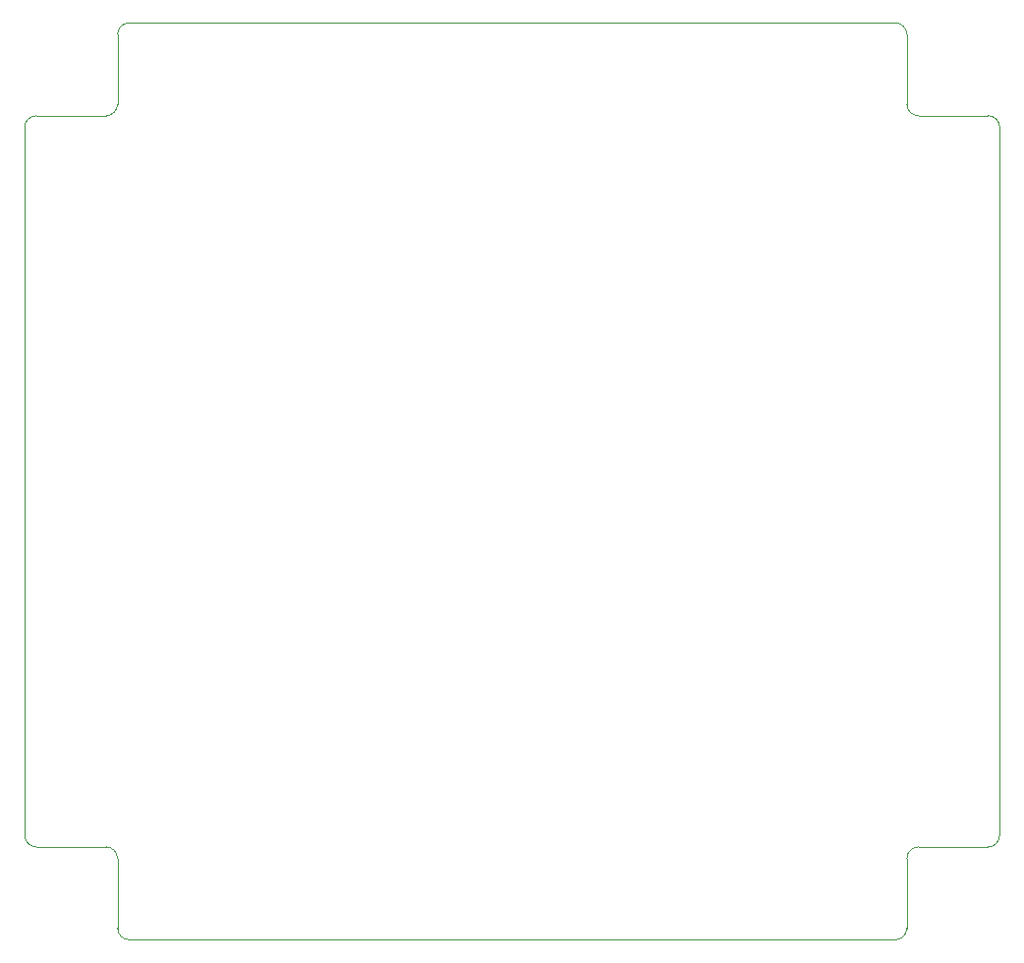
<source format=gm1>
G04 This is an RS-274x file exported by *
G04 gerbv version 2.6A *
G04 More information is available about gerbv at *
G04 http://gerbv.geda-project.org/ *
G04 --End of header info--*
%MOIN*%
%FSLAX34Y34*%
%IPPOS*%
G04 --Define apertures--*
%ADD10C,0.0020*%
G04 --Start main section--*
G54D10*
G01X0074114Y-023622D02*
G01X0074114Y-025984D01*
G01X0074114Y-025984D02*
G75*
G02X0073720Y-026378I-000394J0000000D01*
G01X0073720Y-026378D02*
G01X0071358Y-026378D01*
G01X0074114Y-023622D02*
G75*
G02X0074508Y-023228I0000394J0000000D01*
G01X0070965Y-026772D02*
G75*
G02X0071358Y-026378I0000394J0000000D01*
G01X0074114Y-051575D02*
G01X0074114Y-053937D01*
G01X0071358Y-051181D02*
G01X0073720Y-051181D01*
G01X0073720Y-051181D02*
G75*
G02X0074114Y-051575I0000000J-000394D01*
G01X0074508Y-054331D02*
G75*
G02X0074114Y-053937I0000000J0000394D01*
G01X0071358Y-051181D02*
G75*
G02X0070965Y-050787I0000000J0000394D01*
G01X0104035Y-050787D02*
G75*
G02X0103642Y-051181I-000394J0000000D01*
G01X0101280Y-051181D02*
G01X0103642Y-051181D01*
G01X0100886Y-053937D02*
G75*
G02X0100492Y-054331I-000394J0000000D01*
G01X0100886Y-051575D02*
G75*
G02X0101280Y-051181I0000394J0000000D01*
G01X0100886Y-053937D02*
G01X0100886Y-051575D01*
G01X0100886Y-025984D02*
G01X0100886Y-023622D01*
G01X0103642Y-026378D02*
G01X0101280Y-026378D01*
G01X0100492Y-023228D02*
G75*
G02X0100886Y-023622I0000000J-000394D01*
G01X0101280Y-026378D02*
G75*
G02X0100886Y-025984I0000000J0000394D01*
G01X0103642Y-026378D02*
G75*
G02X0104035Y-026772I0000000J-000394D01*
G01X0070965Y-050787D02*
G01X0070965Y-026772D01*
G01X0104035Y-042520D02*
G01X0104035Y-026772D01*
G01X0074508Y-023228D02*
G01X0100492Y-023228D01*
G01X0104035Y-050787D02*
G01X0104035Y-042520D01*
G01X0100492Y-054331D02*
G01X0074508Y-054331D01*
M02*

</source>
